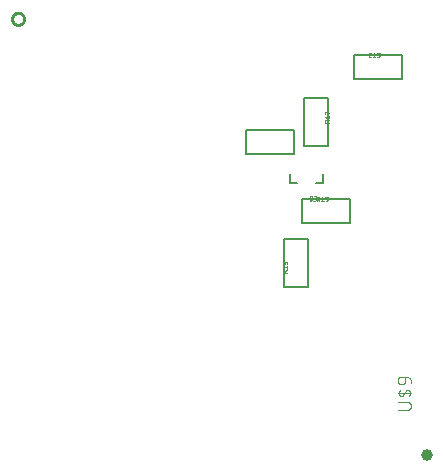
<source format=gbr>
G04 EAGLE Gerber RS-274X export*
G75*
%MOMM*%
%FSLAX34Y34*%
%LPD*%
%INSilkscreen Top*%
%IPPOS*%
%AMOC8*
5,1,8,0,0,1.08239X$1,22.5*%
G01*
%ADD10C,0.254000*%
%ADD11C,1.000000*%
%ADD12C,0.101600*%
%ADD13C,0.127000*%
%ADD14C,0.025400*%
%ADD15C,0.203200*%


D10*
X-12190Y390910D02*
X-12188Y391052D01*
X-12182Y391195D01*
X-12172Y391337D01*
X-12158Y391479D01*
X-12140Y391620D01*
X-12118Y391761D01*
X-12092Y391901D01*
X-12063Y392040D01*
X-12029Y392179D01*
X-11991Y392316D01*
X-11950Y392453D01*
X-11905Y392588D01*
X-11856Y392722D01*
X-11803Y392854D01*
X-11747Y392985D01*
X-11687Y393114D01*
X-11623Y393242D01*
X-11556Y393367D01*
X-11485Y393491D01*
X-11411Y393613D01*
X-11334Y393732D01*
X-11253Y393850D01*
X-11169Y393965D01*
X-11082Y394077D01*
X-10991Y394187D01*
X-10898Y394295D01*
X-10801Y394400D01*
X-10702Y394502D01*
X-10600Y394601D01*
X-10495Y394698D01*
X-10387Y394791D01*
X-10277Y394882D01*
X-10165Y394969D01*
X-10050Y395053D01*
X-9932Y395134D01*
X-9813Y395211D01*
X-9691Y395285D01*
X-9567Y395356D01*
X-9442Y395423D01*
X-9314Y395487D01*
X-9185Y395547D01*
X-9054Y395603D01*
X-8922Y395656D01*
X-8788Y395705D01*
X-8653Y395750D01*
X-8516Y395791D01*
X-8379Y395829D01*
X-8240Y395863D01*
X-8101Y395892D01*
X-7961Y395918D01*
X-7820Y395940D01*
X-7679Y395958D01*
X-7537Y395972D01*
X-7395Y395982D01*
X-7252Y395988D01*
X-7110Y395990D01*
X-6968Y395988D01*
X-6825Y395982D01*
X-6683Y395972D01*
X-6541Y395958D01*
X-6400Y395940D01*
X-6259Y395918D01*
X-6119Y395892D01*
X-5980Y395863D01*
X-5841Y395829D01*
X-5704Y395791D01*
X-5567Y395750D01*
X-5432Y395705D01*
X-5298Y395656D01*
X-5166Y395603D01*
X-5035Y395547D01*
X-4906Y395487D01*
X-4778Y395423D01*
X-4653Y395356D01*
X-4529Y395285D01*
X-4407Y395211D01*
X-4288Y395134D01*
X-4170Y395053D01*
X-4055Y394969D01*
X-3943Y394882D01*
X-3833Y394791D01*
X-3725Y394698D01*
X-3620Y394601D01*
X-3518Y394502D01*
X-3419Y394400D01*
X-3322Y394295D01*
X-3229Y394187D01*
X-3138Y394077D01*
X-3051Y393965D01*
X-2967Y393850D01*
X-2886Y393732D01*
X-2809Y393613D01*
X-2735Y393491D01*
X-2664Y393367D01*
X-2597Y393242D01*
X-2533Y393114D01*
X-2473Y392985D01*
X-2417Y392854D01*
X-2364Y392722D01*
X-2315Y392588D01*
X-2270Y392453D01*
X-2229Y392316D01*
X-2191Y392179D01*
X-2157Y392040D01*
X-2128Y391901D01*
X-2102Y391761D01*
X-2080Y391620D01*
X-2062Y391479D01*
X-2048Y391337D01*
X-2038Y391195D01*
X-2032Y391052D01*
X-2030Y390910D01*
X-2032Y390768D01*
X-2038Y390625D01*
X-2048Y390483D01*
X-2062Y390341D01*
X-2080Y390200D01*
X-2102Y390059D01*
X-2128Y389919D01*
X-2157Y389780D01*
X-2191Y389641D01*
X-2229Y389504D01*
X-2270Y389367D01*
X-2315Y389232D01*
X-2364Y389098D01*
X-2417Y388966D01*
X-2473Y388835D01*
X-2533Y388706D01*
X-2597Y388578D01*
X-2664Y388453D01*
X-2735Y388329D01*
X-2809Y388207D01*
X-2886Y388088D01*
X-2967Y387970D01*
X-3051Y387855D01*
X-3138Y387743D01*
X-3229Y387633D01*
X-3322Y387525D01*
X-3419Y387420D01*
X-3518Y387318D01*
X-3620Y387219D01*
X-3725Y387122D01*
X-3833Y387029D01*
X-3943Y386938D01*
X-4055Y386851D01*
X-4170Y386767D01*
X-4288Y386686D01*
X-4407Y386609D01*
X-4529Y386535D01*
X-4653Y386464D01*
X-4778Y386397D01*
X-4906Y386333D01*
X-5035Y386273D01*
X-5166Y386217D01*
X-5298Y386164D01*
X-5432Y386115D01*
X-5567Y386070D01*
X-5704Y386029D01*
X-5841Y385991D01*
X-5980Y385957D01*
X-6119Y385928D01*
X-6259Y385902D01*
X-6400Y385880D01*
X-6541Y385862D01*
X-6683Y385848D01*
X-6825Y385838D01*
X-6968Y385832D01*
X-7110Y385830D01*
X-7252Y385832D01*
X-7395Y385838D01*
X-7537Y385848D01*
X-7679Y385862D01*
X-7820Y385880D01*
X-7961Y385902D01*
X-8101Y385928D01*
X-8240Y385957D01*
X-8379Y385991D01*
X-8516Y386029D01*
X-8653Y386070D01*
X-8788Y386115D01*
X-8922Y386164D01*
X-9054Y386217D01*
X-9185Y386273D01*
X-9314Y386333D01*
X-9442Y386397D01*
X-9567Y386464D01*
X-9691Y386535D01*
X-9813Y386609D01*
X-9932Y386686D01*
X-10050Y386767D01*
X-10165Y386851D01*
X-10277Y386938D01*
X-10387Y387029D01*
X-10495Y387122D01*
X-10600Y387219D01*
X-10702Y387318D01*
X-10801Y387420D01*
X-10898Y387525D01*
X-10991Y387633D01*
X-11082Y387743D01*
X-11169Y387855D01*
X-11253Y387970D01*
X-11334Y388088D01*
X-11411Y388207D01*
X-11485Y388329D01*
X-11556Y388453D01*
X-11623Y388578D01*
X-11687Y388706D01*
X-11747Y388835D01*
X-11803Y388966D01*
X-11856Y389098D01*
X-11905Y389232D01*
X-11950Y389367D01*
X-11991Y389504D01*
X-12029Y389641D01*
X-12063Y389780D01*
X-12092Y389919D01*
X-12118Y390059D01*
X-12140Y390200D01*
X-12158Y390341D01*
X-12172Y390483D01*
X-12182Y390625D01*
X-12188Y390768D01*
X-12190Y390910D01*
D11*
X339090Y21848D03*
D12*
X322636Y59948D02*
X314198Y59948D01*
X322636Y59948D02*
X322749Y59950D01*
X322862Y59956D01*
X322975Y59966D01*
X323088Y59980D01*
X323200Y59997D01*
X323311Y60019D01*
X323421Y60044D01*
X323531Y60074D01*
X323639Y60107D01*
X323746Y60144D01*
X323852Y60184D01*
X323956Y60229D01*
X324059Y60277D01*
X324160Y60328D01*
X324259Y60383D01*
X324356Y60441D01*
X324451Y60503D01*
X324544Y60568D01*
X324634Y60636D01*
X324722Y60707D01*
X324808Y60782D01*
X324891Y60859D01*
X324971Y60939D01*
X325048Y61022D01*
X325123Y61108D01*
X325194Y61196D01*
X325262Y61286D01*
X325327Y61379D01*
X325389Y61474D01*
X325447Y61571D01*
X325502Y61670D01*
X325553Y61771D01*
X325601Y61874D01*
X325646Y61978D01*
X325686Y62084D01*
X325723Y62191D01*
X325756Y62299D01*
X325786Y62409D01*
X325811Y62519D01*
X325833Y62630D01*
X325850Y62742D01*
X325864Y62855D01*
X325874Y62968D01*
X325880Y63081D01*
X325882Y63194D01*
X325880Y63307D01*
X325874Y63420D01*
X325864Y63533D01*
X325850Y63646D01*
X325833Y63758D01*
X325811Y63869D01*
X325786Y63979D01*
X325756Y64089D01*
X325723Y64197D01*
X325686Y64304D01*
X325646Y64410D01*
X325601Y64514D01*
X325553Y64617D01*
X325502Y64718D01*
X325447Y64817D01*
X325389Y64914D01*
X325327Y65009D01*
X325262Y65102D01*
X325194Y65192D01*
X325123Y65280D01*
X325048Y65366D01*
X324971Y65449D01*
X324891Y65529D01*
X324808Y65606D01*
X324722Y65681D01*
X324634Y65752D01*
X324544Y65820D01*
X324451Y65885D01*
X324356Y65947D01*
X324259Y66005D01*
X324160Y66060D01*
X324059Y66111D01*
X323956Y66159D01*
X323852Y66204D01*
X323746Y66244D01*
X323639Y66281D01*
X323531Y66314D01*
X323421Y66344D01*
X323311Y66369D01*
X323200Y66391D01*
X323088Y66408D01*
X322975Y66422D01*
X322862Y66432D01*
X322749Y66438D01*
X322636Y66440D01*
X322636Y66439D02*
X314198Y66439D01*
X314198Y74243D02*
X325882Y74243D01*
X320040Y74243D02*
X319066Y72620D01*
X319067Y72619D02*
X319020Y72546D01*
X318971Y72475D01*
X318918Y72406D01*
X318862Y72339D01*
X318803Y72275D01*
X318742Y72213D01*
X318678Y72155D01*
X318611Y72099D01*
X318542Y72047D01*
X318470Y71997D01*
X318396Y71951D01*
X318321Y71908D01*
X318243Y71869D01*
X318164Y71833D01*
X318083Y71801D01*
X318001Y71772D01*
X317918Y71747D01*
X317834Y71726D01*
X317749Y71709D01*
X317663Y71695D01*
X317577Y71686D01*
X317490Y71680D01*
X317403Y71678D01*
X317316Y71680D01*
X317229Y71686D01*
X317143Y71696D01*
X317057Y71709D01*
X316972Y71727D01*
X316888Y71748D01*
X316805Y71773D01*
X316722Y71802D01*
X316642Y71834D01*
X316563Y71870D01*
X316485Y71909D01*
X316410Y71952D01*
X316336Y71999D01*
X316265Y72048D01*
X316195Y72101D01*
X316129Y72156D01*
X316065Y72215D01*
X316003Y72276D01*
X315944Y72340D01*
X315889Y72407D01*
X315836Y72476D01*
X315786Y72548D01*
X315740Y72621D01*
X315697Y72697D01*
X315658Y72774D01*
X315622Y72853D01*
X315589Y72934D01*
X315561Y73016D01*
X315535Y73099D01*
X315514Y73183D01*
X315497Y73268D01*
X315496Y73269D02*
X315472Y73409D01*
X315452Y73551D01*
X315436Y73692D01*
X315425Y73834D01*
X315417Y73977D01*
X315413Y74119D01*
X315412Y74262D01*
X315416Y74405D01*
X315424Y74547D01*
X315436Y74689D01*
X315452Y74831D01*
X315471Y74972D01*
X315495Y75113D01*
X315522Y75253D01*
X315554Y75392D01*
X315589Y75530D01*
X315628Y75668D01*
X315671Y75804D01*
X315717Y75938D01*
X315768Y76072D01*
X315821Y76204D01*
X315879Y76334D01*
X315940Y76463D01*
X316005Y76590D01*
X316073Y76716D01*
X316145Y76839D01*
X320040Y74243D02*
X321014Y75865D01*
X321013Y75866D02*
X321060Y75939D01*
X321109Y76010D01*
X321162Y76080D01*
X321218Y76146D01*
X321277Y76210D01*
X321338Y76272D01*
X321402Y76330D01*
X321469Y76386D01*
X321538Y76438D01*
X321610Y76488D01*
X321684Y76534D01*
X321759Y76577D01*
X321837Y76616D01*
X321916Y76652D01*
X321997Y76684D01*
X322079Y76713D01*
X322162Y76738D01*
X322246Y76759D01*
X322331Y76776D01*
X322417Y76790D01*
X322504Y76799D01*
X322590Y76805D01*
X322677Y76807D01*
X322764Y76805D01*
X322851Y76799D01*
X322937Y76789D01*
X323023Y76776D01*
X323108Y76758D01*
X323192Y76737D01*
X323275Y76712D01*
X323358Y76683D01*
X323438Y76651D01*
X323517Y76615D01*
X323595Y76576D01*
X323670Y76533D01*
X323744Y76486D01*
X323815Y76437D01*
X323885Y76384D01*
X323951Y76329D01*
X324015Y76270D01*
X324077Y76209D01*
X324136Y76144D01*
X324191Y76078D01*
X324244Y76009D01*
X324294Y75937D01*
X324340Y75864D01*
X324383Y75788D01*
X324422Y75711D01*
X324458Y75632D01*
X324491Y75551D01*
X324519Y75469D01*
X324545Y75386D01*
X324566Y75302D01*
X324583Y75216D01*
X324584Y75216D02*
X324608Y75076D01*
X324628Y74934D01*
X324644Y74793D01*
X324655Y74651D01*
X324663Y74508D01*
X324667Y74366D01*
X324668Y74223D01*
X324664Y74080D01*
X324656Y73938D01*
X324644Y73796D01*
X324628Y73654D01*
X324609Y73513D01*
X324585Y73372D01*
X324558Y73232D01*
X324526Y73093D01*
X324491Y72955D01*
X324452Y72817D01*
X324409Y72681D01*
X324363Y72547D01*
X324312Y72413D01*
X324259Y72281D01*
X324201Y72151D01*
X324140Y72022D01*
X324075Y71895D01*
X324007Y71769D01*
X323935Y71646D01*
X320689Y84261D02*
X320689Y88156D01*
X320689Y84261D02*
X320687Y84162D01*
X320681Y84062D01*
X320672Y83963D01*
X320659Y83865D01*
X320642Y83767D01*
X320621Y83669D01*
X320596Y83573D01*
X320568Y83478D01*
X320536Y83384D01*
X320501Y83291D01*
X320462Y83199D01*
X320419Y83109D01*
X320374Y83021D01*
X320324Y82934D01*
X320272Y82850D01*
X320216Y82767D01*
X320158Y82687D01*
X320096Y82609D01*
X320031Y82534D01*
X319963Y82461D01*
X319893Y82391D01*
X319820Y82323D01*
X319745Y82258D01*
X319667Y82196D01*
X319587Y82138D01*
X319504Y82082D01*
X319420Y82030D01*
X319333Y81980D01*
X319245Y81935D01*
X319155Y81892D01*
X319063Y81853D01*
X318970Y81818D01*
X318876Y81786D01*
X318781Y81758D01*
X318685Y81733D01*
X318587Y81712D01*
X318489Y81695D01*
X318391Y81682D01*
X318292Y81673D01*
X318192Y81667D01*
X318093Y81665D01*
X317444Y81665D01*
X317331Y81667D01*
X317218Y81673D01*
X317105Y81683D01*
X316992Y81697D01*
X316880Y81714D01*
X316769Y81736D01*
X316659Y81761D01*
X316549Y81791D01*
X316441Y81824D01*
X316334Y81861D01*
X316228Y81901D01*
X316124Y81946D01*
X316021Y81994D01*
X315920Y82045D01*
X315821Y82100D01*
X315724Y82158D01*
X315629Y82220D01*
X315536Y82285D01*
X315446Y82353D01*
X315358Y82424D01*
X315272Y82499D01*
X315189Y82576D01*
X315109Y82656D01*
X315032Y82739D01*
X314957Y82825D01*
X314886Y82913D01*
X314818Y83003D01*
X314753Y83096D01*
X314691Y83191D01*
X314633Y83288D01*
X314578Y83387D01*
X314527Y83488D01*
X314479Y83591D01*
X314434Y83695D01*
X314394Y83801D01*
X314357Y83908D01*
X314324Y84016D01*
X314294Y84126D01*
X314269Y84236D01*
X314247Y84347D01*
X314230Y84459D01*
X314216Y84572D01*
X314206Y84685D01*
X314200Y84798D01*
X314198Y84911D01*
X314200Y85024D01*
X314206Y85137D01*
X314216Y85250D01*
X314230Y85363D01*
X314247Y85475D01*
X314269Y85586D01*
X314294Y85696D01*
X314324Y85806D01*
X314357Y85914D01*
X314394Y86021D01*
X314434Y86127D01*
X314479Y86231D01*
X314527Y86334D01*
X314578Y86435D01*
X314633Y86534D01*
X314691Y86631D01*
X314753Y86726D01*
X314818Y86819D01*
X314886Y86909D01*
X314957Y86997D01*
X315032Y87083D01*
X315109Y87166D01*
X315189Y87246D01*
X315272Y87323D01*
X315358Y87398D01*
X315446Y87469D01*
X315536Y87537D01*
X315629Y87602D01*
X315724Y87664D01*
X315821Y87722D01*
X315920Y87777D01*
X316021Y87828D01*
X316124Y87876D01*
X316228Y87921D01*
X316334Y87961D01*
X316441Y87998D01*
X316549Y88031D01*
X316659Y88061D01*
X316769Y88086D01*
X316880Y88108D01*
X316992Y88125D01*
X317105Y88139D01*
X317218Y88149D01*
X317331Y88155D01*
X317444Y88157D01*
X317444Y88156D02*
X320689Y88156D01*
X320832Y88154D01*
X320975Y88148D01*
X321118Y88138D01*
X321260Y88124D01*
X321402Y88107D01*
X321544Y88085D01*
X321685Y88060D01*
X321825Y88030D01*
X321964Y87997D01*
X322102Y87960D01*
X322239Y87919D01*
X322375Y87875D01*
X322510Y87826D01*
X322643Y87774D01*
X322775Y87719D01*
X322905Y87659D01*
X323034Y87596D01*
X323161Y87530D01*
X323286Y87460D01*
X323408Y87387D01*
X323529Y87310D01*
X323648Y87230D01*
X323764Y87147D01*
X323879Y87061D01*
X323990Y86972D01*
X324100Y86879D01*
X324206Y86784D01*
X324310Y86685D01*
X324411Y86584D01*
X324510Y86480D01*
X324605Y86374D01*
X324698Y86264D01*
X324787Y86153D01*
X324873Y86038D01*
X324956Y85922D01*
X325036Y85803D01*
X325113Y85682D01*
X325186Y85560D01*
X325256Y85435D01*
X325322Y85308D01*
X325385Y85179D01*
X325445Y85049D01*
X325500Y84917D01*
X325552Y84784D01*
X325601Y84649D01*
X325645Y84513D01*
X325686Y84376D01*
X325723Y84238D01*
X325756Y84099D01*
X325786Y83959D01*
X325811Y83818D01*
X325833Y83676D01*
X325850Y83534D01*
X325864Y83392D01*
X325874Y83249D01*
X325880Y83106D01*
X325882Y82963D01*
D13*
X318008Y360426D02*
X277368Y360426D01*
X318008Y360426D02*
X318008Y340106D01*
X277368Y340106D01*
X277368Y360426D01*
D14*
X291042Y358648D02*
X291888Y358648D01*
X291042Y358648D02*
X290987Y358650D01*
X290931Y358655D01*
X290877Y358664D01*
X290823Y358677D01*
X290770Y358693D01*
X290718Y358712D01*
X290667Y358735D01*
X290619Y358761D01*
X290571Y358791D01*
X290526Y358823D01*
X290484Y358858D01*
X290443Y358896D01*
X290405Y358937D01*
X290370Y358979D01*
X290338Y359024D01*
X290308Y359072D01*
X290282Y359120D01*
X290259Y359171D01*
X290240Y359223D01*
X290224Y359276D01*
X290211Y359330D01*
X290202Y359384D01*
X290197Y359440D01*
X290195Y359495D01*
X290195Y361611D01*
X290197Y361669D01*
X290203Y361726D01*
X290213Y361783D01*
X290226Y361840D01*
X290244Y361895D01*
X290265Y361948D01*
X290290Y362001D01*
X290318Y362051D01*
X290350Y362099D01*
X290385Y362146D01*
X290423Y362189D01*
X290464Y362230D01*
X290507Y362268D01*
X290554Y362303D01*
X290602Y362335D01*
X290652Y362363D01*
X290705Y362388D01*
X290758Y362409D01*
X290813Y362427D01*
X290870Y362440D01*
X290927Y362450D01*
X290984Y362456D01*
X291042Y362458D01*
X291888Y362458D01*
X293252Y361611D02*
X294311Y362458D01*
X294311Y358648D01*
X295369Y358648D02*
X293252Y358648D01*
X296910Y358648D02*
X297968Y358648D01*
X298032Y358650D01*
X298096Y358656D01*
X298159Y358665D01*
X298221Y358679D01*
X298283Y358696D01*
X298343Y358717D01*
X298402Y358741D01*
X298460Y358769D01*
X298515Y358801D01*
X298569Y358835D01*
X298620Y358873D01*
X298670Y358914D01*
X298716Y358958D01*
X298760Y359004D01*
X298801Y359054D01*
X298839Y359105D01*
X298873Y359159D01*
X298905Y359214D01*
X298933Y359272D01*
X298957Y359331D01*
X298978Y359391D01*
X298995Y359453D01*
X299009Y359515D01*
X299018Y359578D01*
X299024Y359642D01*
X299026Y359706D01*
X299024Y359770D01*
X299018Y359834D01*
X299009Y359897D01*
X298995Y359959D01*
X298978Y360021D01*
X298957Y360081D01*
X298933Y360140D01*
X298905Y360198D01*
X298873Y360253D01*
X298839Y360307D01*
X298801Y360358D01*
X298760Y360408D01*
X298716Y360454D01*
X298670Y360498D01*
X298620Y360539D01*
X298569Y360577D01*
X298515Y360611D01*
X298460Y360643D01*
X298402Y360671D01*
X298343Y360695D01*
X298283Y360716D01*
X298221Y360733D01*
X298159Y360747D01*
X298096Y360756D01*
X298032Y360762D01*
X297968Y360764D01*
X298180Y362458D02*
X296910Y362458D01*
X298180Y362458D02*
X298237Y362456D01*
X298293Y362450D01*
X298349Y362441D01*
X298404Y362428D01*
X298458Y362411D01*
X298511Y362391D01*
X298562Y362367D01*
X298612Y362340D01*
X298659Y362309D01*
X298705Y362276D01*
X298748Y362239D01*
X298789Y362200D01*
X298827Y362158D01*
X298862Y362113D01*
X298894Y362067D01*
X298923Y362018D01*
X298948Y361968D01*
X298970Y361915D01*
X298989Y361862D01*
X299004Y361807D01*
X299015Y361752D01*
X299023Y361696D01*
X299027Y361639D01*
X299027Y361583D01*
X299023Y361526D01*
X299015Y361470D01*
X299004Y361415D01*
X298989Y361360D01*
X298970Y361307D01*
X298948Y361254D01*
X298923Y361204D01*
X298894Y361155D01*
X298862Y361109D01*
X298827Y361064D01*
X298789Y361022D01*
X298748Y360983D01*
X298705Y360946D01*
X298659Y360913D01*
X298612Y360882D01*
X298562Y360855D01*
X298511Y360831D01*
X298458Y360811D01*
X298404Y360794D01*
X298349Y360781D01*
X298293Y360772D01*
X298237Y360766D01*
X298180Y360764D01*
X298180Y360765D02*
X297333Y360765D01*
D15*
X251236Y251826D02*
X245236Y251826D01*
X251236Y251826D02*
X251236Y259826D01*
X229236Y251826D02*
X223236Y251826D01*
X223236Y259826D01*
D14*
X239658Y239861D02*
X239658Y238167D01*
X239658Y239861D02*
X239660Y239925D01*
X239666Y239989D01*
X239675Y240052D01*
X239689Y240114D01*
X239706Y240176D01*
X239727Y240236D01*
X239751Y240295D01*
X239779Y240353D01*
X239811Y240408D01*
X239845Y240462D01*
X239883Y240513D01*
X239924Y240563D01*
X239968Y240609D01*
X240014Y240653D01*
X240064Y240694D01*
X240115Y240732D01*
X240169Y240766D01*
X240224Y240798D01*
X240282Y240826D01*
X240341Y240850D01*
X240401Y240871D01*
X240463Y240888D01*
X240525Y240902D01*
X240588Y240911D01*
X240652Y240917D01*
X240716Y240919D01*
X240780Y240917D01*
X240844Y240911D01*
X240907Y240902D01*
X240969Y240888D01*
X241031Y240871D01*
X241091Y240850D01*
X241150Y240826D01*
X241208Y240798D01*
X241263Y240766D01*
X241317Y240732D01*
X241368Y240694D01*
X241418Y240653D01*
X241464Y240609D01*
X241508Y240563D01*
X241549Y240513D01*
X241587Y240462D01*
X241621Y240408D01*
X241653Y240353D01*
X241681Y240295D01*
X241705Y240236D01*
X241726Y240176D01*
X241743Y240114D01*
X241757Y240052D01*
X241766Y239989D01*
X241772Y239925D01*
X241774Y239861D01*
X241775Y239861D02*
X241775Y238167D01*
X241774Y238167D02*
X241772Y238103D01*
X241766Y238039D01*
X241757Y237976D01*
X241743Y237914D01*
X241726Y237852D01*
X241705Y237792D01*
X241681Y237733D01*
X241653Y237675D01*
X241621Y237620D01*
X241587Y237566D01*
X241549Y237515D01*
X241508Y237465D01*
X241464Y237419D01*
X241418Y237375D01*
X241368Y237334D01*
X241317Y237296D01*
X241263Y237262D01*
X241208Y237230D01*
X241150Y237202D01*
X241091Y237178D01*
X241031Y237157D01*
X240969Y237140D01*
X240907Y237126D01*
X240844Y237117D01*
X240780Y237111D01*
X240716Y237109D01*
X240652Y237111D01*
X240588Y237117D01*
X240525Y237126D01*
X240463Y237140D01*
X240401Y237157D01*
X240341Y237178D01*
X240282Y237202D01*
X240224Y237230D01*
X240169Y237262D01*
X240115Y237296D01*
X240064Y237334D01*
X240014Y237375D01*
X239968Y237419D01*
X239924Y237465D01*
X239883Y237515D01*
X239845Y237566D01*
X239811Y237620D01*
X239779Y237675D01*
X239751Y237733D01*
X239727Y237792D01*
X239706Y237852D01*
X239689Y237914D01*
X239675Y237976D01*
X239666Y238039D01*
X239660Y238103D01*
X239658Y238167D01*
X241351Y237956D02*
X242198Y237109D01*
X243247Y237109D02*
X244306Y237109D01*
X244370Y237111D01*
X244434Y237117D01*
X244497Y237126D01*
X244559Y237140D01*
X244621Y237157D01*
X244681Y237178D01*
X244740Y237202D01*
X244798Y237230D01*
X244853Y237262D01*
X244907Y237296D01*
X244958Y237334D01*
X245008Y237375D01*
X245054Y237419D01*
X245098Y237465D01*
X245139Y237515D01*
X245177Y237566D01*
X245211Y237620D01*
X245243Y237675D01*
X245271Y237733D01*
X245295Y237792D01*
X245316Y237852D01*
X245333Y237914D01*
X245347Y237976D01*
X245356Y238039D01*
X245362Y238103D01*
X245364Y238167D01*
X245362Y238231D01*
X245356Y238295D01*
X245347Y238358D01*
X245333Y238420D01*
X245316Y238482D01*
X245295Y238542D01*
X245271Y238601D01*
X245243Y238659D01*
X245211Y238714D01*
X245177Y238768D01*
X245139Y238819D01*
X245098Y238869D01*
X245054Y238915D01*
X245008Y238959D01*
X244958Y239000D01*
X244907Y239038D01*
X244853Y239072D01*
X244798Y239104D01*
X244740Y239132D01*
X244681Y239156D01*
X244621Y239177D01*
X244559Y239194D01*
X244497Y239208D01*
X244434Y239217D01*
X244370Y239223D01*
X244306Y239225D01*
X244517Y240919D02*
X243247Y240919D01*
X244517Y240919D02*
X244574Y240917D01*
X244630Y240911D01*
X244686Y240902D01*
X244741Y240889D01*
X244795Y240872D01*
X244848Y240852D01*
X244899Y240828D01*
X244949Y240801D01*
X244996Y240770D01*
X245042Y240737D01*
X245085Y240700D01*
X245126Y240661D01*
X245164Y240619D01*
X245199Y240574D01*
X245231Y240528D01*
X245260Y240479D01*
X245285Y240429D01*
X245307Y240376D01*
X245326Y240323D01*
X245341Y240268D01*
X245352Y240213D01*
X245360Y240157D01*
X245364Y240100D01*
X245364Y240044D01*
X245360Y239987D01*
X245352Y239931D01*
X245341Y239876D01*
X245326Y239821D01*
X245307Y239768D01*
X245285Y239715D01*
X245260Y239665D01*
X245231Y239616D01*
X245199Y239570D01*
X245164Y239525D01*
X245126Y239483D01*
X245085Y239444D01*
X245042Y239407D01*
X244996Y239374D01*
X244949Y239343D01*
X244899Y239316D01*
X244848Y239292D01*
X244795Y239272D01*
X244741Y239255D01*
X244686Y239242D01*
X244630Y239233D01*
X244574Y239227D01*
X244517Y239225D01*
X244517Y239226D02*
X243671Y239226D01*
D13*
X218186Y204978D02*
X218186Y164338D01*
X218186Y204978D02*
X238506Y204978D01*
X238506Y164338D01*
X218186Y164338D01*
D14*
X216789Y175895D02*
X220599Y175895D01*
X216789Y175895D02*
X216789Y176953D01*
X216791Y177017D01*
X216797Y177081D01*
X216806Y177144D01*
X216820Y177206D01*
X216837Y177268D01*
X216858Y177328D01*
X216882Y177387D01*
X216910Y177445D01*
X216942Y177500D01*
X216976Y177554D01*
X217014Y177605D01*
X217055Y177655D01*
X217099Y177701D01*
X217145Y177745D01*
X217195Y177786D01*
X217246Y177824D01*
X217300Y177858D01*
X217355Y177890D01*
X217413Y177918D01*
X217472Y177942D01*
X217532Y177963D01*
X217594Y177980D01*
X217656Y177994D01*
X217719Y178003D01*
X217783Y178009D01*
X217847Y178011D01*
X217911Y178009D01*
X217975Y178003D01*
X218038Y177994D01*
X218100Y177980D01*
X218162Y177963D01*
X218222Y177942D01*
X218281Y177918D01*
X218339Y177890D01*
X218394Y177858D01*
X218448Y177824D01*
X218499Y177786D01*
X218549Y177745D01*
X218595Y177701D01*
X218639Y177655D01*
X218680Y177605D01*
X218718Y177554D01*
X218752Y177500D01*
X218784Y177445D01*
X218812Y177387D01*
X218836Y177328D01*
X218857Y177268D01*
X218874Y177206D01*
X218888Y177144D01*
X218897Y177081D01*
X218903Y177017D01*
X218905Y176953D01*
X218906Y176953D02*
X218906Y175895D01*
X218906Y177165D02*
X220599Y178012D01*
X217636Y179532D02*
X216789Y180590D01*
X220599Y180590D01*
X220599Y179532D02*
X220599Y181648D01*
X220599Y183189D02*
X220599Y184248D01*
X220597Y184312D01*
X220591Y184376D01*
X220582Y184439D01*
X220568Y184501D01*
X220551Y184563D01*
X220530Y184623D01*
X220506Y184682D01*
X220478Y184740D01*
X220446Y184795D01*
X220412Y184849D01*
X220374Y184900D01*
X220333Y184950D01*
X220289Y184996D01*
X220243Y185040D01*
X220193Y185081D01*
X220142Y185119D01*
X220088Y185153D01*
X220033Y185185D01*
X219975Y185213D01*
X219916Y185237D01*
X219856Y185258D01*
X219794Y185275D01*
X219732Y185289D01*
X219669Y185298D01*
X219605Y185304D01*
X219541Y185306D01*
X219477Y185304D01*
X219413Y185298D01*
X219350Y185289D01*
X219288Y185275D01*
X219226Y185258D01*
X219166Y185237D01*
X219107Y185213D01*
X219049Y185185D01*
X218994Y185153D01*
X218940Y185119D01*
X218889Y185081D01*
X218839Y185040D01*
X218793Y184996D01*
X218749Y184950D01*
X218708Y184900D01*
X218670Y184849D01*
X218636Y184795D01*
X218604Y184740D01*
X218576Y184682D01*
X218552Y184623D01*
X218531Y184563D01*
X218514Y184501D01*
X218500Y184439D01*
X218491Y184376D01*
X218485Y184312D01*
X218483Y184248D01*
X216789Y184459D02*
X216789Y183189D01*
X216789Y184459D02*
X216791Y184516D01*
X216797Y184572D01*
X216806Y184628D01*
X216819Y184683D01*
X216836Y184737D01*
X216856Y184790D01*
X216880Y184841D01*
X216907Y184891D01*
X216938Y184938D01*
X216971Y184984D01*
X217008Y185027D01*
X217047Y185068D01*
X217089Y185106D01*
X217134Y185141D01*
X217180Y185173D01*
X217229Y185202D01*
X217279Y185227D01*
X217332Y185249D01*
X217385Y185268D01*
X217440Y185283D01*
X217495Y185294D01*
X217551Y185302D01*
X217608Y185306D01*
X217664Y185306D01*
X217721Y185302D01*
X217777Y185294D01*
X217832Y185283D01*
X217887Y185268D01*
X217940Y185249D01*
X217993Y185227D01*
X218043Y185202D01*
X218092Y185173D01*
X218138Y185141D01*
X218183Y185106D01*
X218225Y185068D01*
X218264Y185027D01*
X218301Y184984D01*
X218334Y184938D01*
X218365Y184891D01*
X218392Y184841D01*
X218416Y184790D01*
X218436Y184737D01*
X218453Y184683D01*
X218466Y184628D01*
X218475Y184572D01*
X218481Y184516D01*
X218483Y184459D01*
X218482Y184459D02*
X218482Y183613D01*
D13*
X255016Y283464D02*
X255016Y324104D01*
X255016Y283464D02*
X234696Y283464D01*
X234696Y324104D01*
X255016Y324104D01*
D14*
X256413Y303136D02*
X252603Y303136D01*
X252603Y304194D01*
X252605Y304258D01*
X252611Y304322D01*
X252620Y304385D01*
X252634Y304447D01*
X252651Y304509D01*
X252672Y304569D01*
X252696Y304628D01*
X252724Y304686D01*
X252756Y304741D01*
X252790Y304795D01*
X252828Y304846D01*
X252869Y304896D01*
X252913Y304942D01*
X252959Y304986D01*
X253009Y305027D01*
X253060Y305065D01*
X253114Y305099D01*
X253169Y305131D01*
X253227Y305159D01*
X253286Y305183D01*
X253346Y305204D01*
X253408Y305221D01*
X253470Y305235D01*
X253533Y305244D01*
X253597Y305250D01*
X253661Y305252D01*
X253725Y305250D01*
X253789Y305244D01*
X253852Y305235D01*
X253914Y305221D01*
X253976Y305204D01*
X254036Y305183D01*
X254095Y305159D01*
X254153Y305131D01*
X254208Y305099D01*
X254262Y305065D01*
X254313Y305027D01*
X254363Y304986D01*
X254409Y304942D01*
X254453Y304896D01*
X254494Y304846D01*
X254532Y304795D01*
X254566Y304741D01*
X254598Y304686D01*
X254626Y304628D01*
X254650Y304569D01*
X254671Y304509D01*
X254688Y304447D01*
X254702Y304385D01*
X254711Y304322D01*
X254717Y304258D01*
X254719Y304194D01*
X254720Y304194D02*
X254720Y303136D01*
X254720Y304406D02*
X256413Y305253D01*
X253450Y306773D02*
X252603Y307831D01*
X256413Y307831D01*
X256413Y306773D02*
X256413Y308889D01*
X253026Y310430D02*
X252603Y310430D01*
X252603Y312547D01*
X256413Y311489D01*
D13*
X226568Y296926D02*
X185928Y296926D01*
X226568Y296926D02*
X226568Y276606D01*
X185928Y276606D01*
X185928Y296926D01*
X232918Y238506D02*
X273558Y238506D01*
X273558Y218186D01*
X232918Y218186D01*
X232918Y238506D01*
D14*
X245745Y236728D02*
X245745Y240538D01*
X246803Y240538D01*
X246867Y240536D01*
X246931Y240530D01*
X246994Y240521D01*
X247056Y240507D01*
X247118Y240490D01*
X247178Y240469D01*
X247237Y240445D01*
X247295Y240417D01*
X247350Y240385D01*
X247404Y240351D01*
X247455Y240313D01*
X247505Y240272D01*
X247551Y240228D01*
X247595Y240182D01*
X247636Y240132D01*
X247674Y240081D01*
X247708Y240027D01*
X247740Y239972D01*
X247768Y239914D01*
X247792Y239855D01*
X247813Y239795D01*
X247830Y239733D01*
X247844Y239671D01*
X247853Y239608D01*
X247859Y239544D01*
X247861Y239480D01*
X247859Y239416D01*
X247853Y239352D01*
X247844Y239289D01*
X247830Y239227D01*
X247813Y239165D01*
X247792Y239105D01*
X247768Y239046D01*
X247740Y238988D01*
X247708Y238933D01*
X247674Y238879D01*
X247636Y238828D01*
X247595Y238778D01*
X247551Y238732D01*
X247505Y238688D01*
X247455Y238647D01*
X247404Y238609D01*
X247350Y238575D01*
X247295Y238543D01*
X247237Y238515D01*
X247178Y238491D01*
X247118Y238470D01*
X247056Y238453D01*
X246994Y238439D01*
X246931Y238430D01*
X246867Y238424D01*
X246803Y238422D01*
X246803Y238421D02*
X245745Y238421D01*
X247015Y238421D02*
X247862Y236728D01*
X249382Y239691D02*
X250440Y240538D01*
X250440Y236728D01*
X249382Y236728D02*
X251498Y236728D01*
X253886Y238421D02*
X255156Y238421D01*
X253886Y238421D02*
X253831Y238423D01*
X253775Y238428D01*
X253721Y238437D01*
X253667Y238450D01*
X253614Y238466D01*
X253562Y238485D01*
X253511Y238508D01*
X253463Y238534D01*
X253415Y238564D01*
X253370Y238596D01*
X253328Y238631D01*
X253287Y238669D01*
X253249Y238710D01*
X253214Y238752D01*
X253182Y238797D01*
X253152Y238845D01*
X253126Y238893D01*
X253103Y238944D01*
X253084Y238996D01*
X253068Y239049D01*
X253055Y239103D01*
X253046Y239157D01*
X253041Y239213D01*
X253039Y239268D01*
X253039Y239480D01*
X253040Y239480D02*
X253042Y239544D01*
X253048Y239608D01*
X253057Y239671D01*
X253071Y239733D01*
X253088Y239795D01*
X253109Y239855D01*
X253133Y239914D01*
X253161Y239972D01*
X253193Y240027D01*
X253227Y240081D01*
X253265Y240132D01*
X253306Y240182D01*
X253350Y240228D01*
X253396Y240272D01*
X253446Y240313D01*
X253497Y240351D01*
X253551Y240385D01*
X253606Y240417D01*
X253664Y240445D01*
X253723Y240469D01*
X253783Y240490D01*
X253845Y240507D01*
X253907Y240521D01*
X253970Y240530D01*
X254034Y240536D01*
X254098Y240538D01*
X254162Y240536D01*
X254226Y240530D01*
X254289Y240521D01*
X254351Y240507D01*
X254413Y240490D01*
X254473Y240469D01*
X254532Y240445D01*
X254590Y240417D01*
X254645Y240385D01*
X254699Y240351D01*
X254750Y240313D01*
X254800Y240272D01*
X254846Y240228D01*
X254890Y240182D01*
X254931Y240132D01*
X254969Y240081D01*
X255003Y240027D01*
X255035Y239972D01*
X255063Y239914D01*
X255087Y239855D01*
X255108Y239795D01*
X255125Y239733D01*
X255139Y239671D01*
X255148Y239608D01*
X255154Y239544D01*
X255156Y239480D01*
X255156Y238421D01*
X255154Y238340D01*
X255148Y238260D01*
X255139Y238180D01*
X255125Y238101D01*
X255108Y238022D01*
X255087Y237944D01*
X255063Y237867D01*
X255035Y237792D01*
X255003Y237718D01*
X254968Y237645D01*
X254929Y237575D01*
X254887Y237506D01*
X254842Y237439D01*
X254794Y237374D01*
X254742Y237312D01*
X254688Y237253D01*
X254631Y237196D01*
X254572Y237142D01*
X254510Y237090D01*
X254445Y237042D01*
X254378Y236997D01*
X254310Y236955D01*
X254239Y236916D01*
X254166Y236881D01*
X254092Y236849D01*
X254017Y236821D01*
X253940Y236797D01*
X253862Y236776D01*
X253783Y236759D01*
X253704Y236745D01*
X253624Y236736D01*
X253544Y236730D01*
X253463Y236728D01*
M02*

</source>
